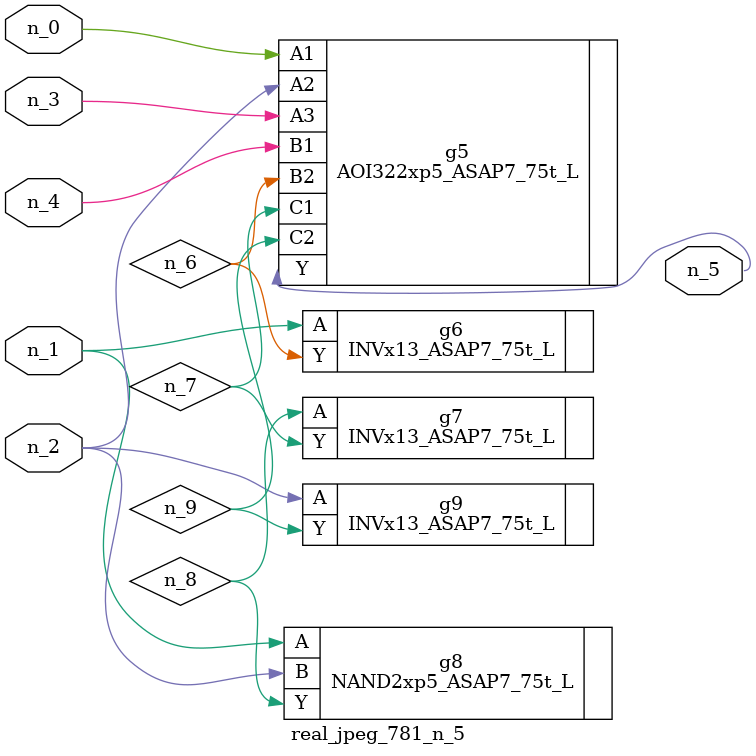
<source format=v>
module real_jpeg_781_n_5 (n_4, n_0, n_1, n_2, n_3, n_5);

input n_4;
input n_0;
input n_1;
input n_2;
input n_3;

output n_5;

wire n_8;
wire n_6;
wire n_7;
wire n_9;

AOI322xp5_ASAP7_75t_L g5 ( 
.A1(n_0),
.A2(n_2),
.A3(n_3),
.B1(n_4),
.B2(n_6),
.C1(n_7),
.C2(n_9),
.Y(n_5)
);

INVx13_ASAP7_75t_L g6 ( 
.A(n_1),
.Y(n_6)
);

NAND2xp5_ASAP7_75t_L g8 ( 
.A(n_1),
.B(n_2),
.Y(n_8)
);

INVx13_ASAP7_75t_L g9 ( 
.A(n_2),
.Y(n_9)
);

INVx13_ASAP7_75t_L g7 ( 
.A(n_8),
.Y(n_7)
);


endmodule
</source>
